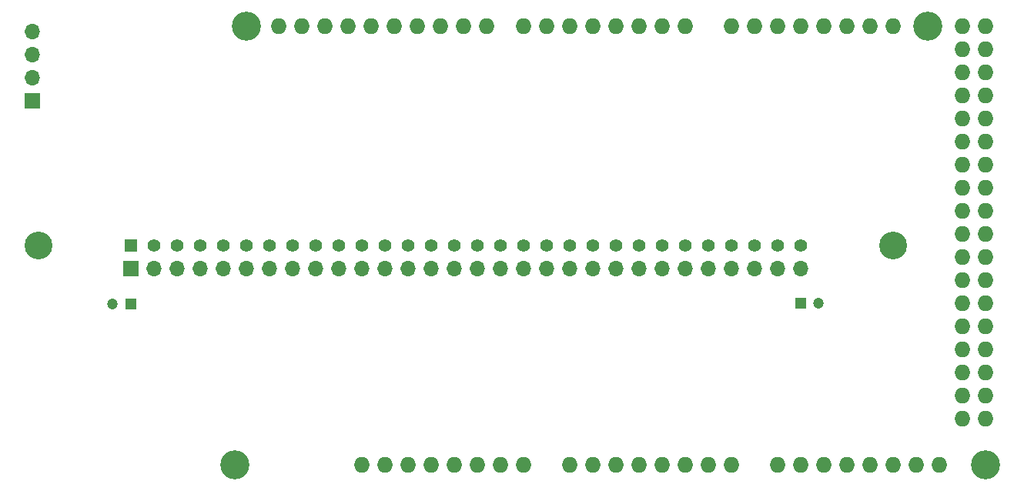
<source format=gbr>
%TF.GenerationSoftware,KiCad,Pcbnew,(5.1.9)-1*%
%TF.CreationDate,2021-01-16T23:23:18+11:00*%
%TF.ProjectId,megatosimm,6d656761-746f-4736-996d-6d2e6b696361,rev?*%
%TF.SameCoordinates,Original*%
%TF.FileFunction,Soldermask,Bot*%
%TF.FilePolarity,Negative*%
%FSLAX46Y46*%
G04 Gerber Fmt 4.6, Leading zero omitted, Abs format (unit mm)*
G04 Created by KiCad (PCBNEW (5.1.9)-1) date 2021-01-16 23:23:18*
%MOMM*%
%LPD*%
G01*
G04 APERTURE LIST*
%ADD10O,1.727200X1.727200*%
%ADD11C,3.200000*%
%ADD12R,1.200000X1.200000*%
%ADD13C,1.200000*%
%ADD14R,1.700000X1.700000*%
%ADD15O,1.700000X1.700000*%
%ADD16R,1.397000X1.397000*%
%ADD17C,1.397000*%
%ADD18C,3.048000*%
G04 APERTURE END LIST*
D10*
%TO.C,U1*%
X212725000Y-119380000D03*
X210185000Y-119380000D03*
X212725000Y-116840000D03*
X210185000Y-116840000D03*
X212725000Y-114300000D03*
X210185000Y-114300000D03*
X212725000Y-111760000D03*
X210185000Y-111760000D03*
X212725000Y-109220000D03*
X210185000Y-109220000D03*
X212725000Y-106680000D03*
X210185000Y-106680000D03*
X212725000Y-104140000D03*
X210185000Y-104140000D03*
X212725000Y-101600000D03*
X210185000Y-101600000D03*
X212725000Y-99060000D03*
X210185000Y-99060000D03*
X212725000Y-96520000D03*
X210185000Y-96520000D03*
X212725000Y-93980000D03*
X210185000Y-93980000D03*
X212725000Y-91440000D03*
X210185000Y-91440000D03*
X212725000Y-88900000D03*
X210185000Y-88900000D03*
X212725000Y-86360000D03*
X210185000Y-86360000D03*
X212725000Y-83820000D03*
X210185000Y-83820000D03*
X212725000Y-81280000D03*
X210185000Y-81280000D03*
X212725000Y-78740000D03*
X210185000Y-78740000D03*
X212725000Y-76200000D03*
X210185000Y-76200000D03*
X207645000Y-124460000D03*
X205105000Y-124460000D03*
X202565000Y-124460000D03*
X200025000Y-124460000D03*
X197485000Y-124460000D03*
X194945000Y-124460000D03*
X192405000Y-124460000D03*
X189865000Y-124460000D03*
X184785000Y-124460000D03*
X182245000Y-124460000D03*
X179705000Y-124460000D03*
X177165000Y-124460000D03*
X174625000Y-124460000D03*
X172085000Y-124460000D03*
X169545000Y-124460000D03*
X144145000Y-124460000D03*
X150241000Y-76200000D03*
X147701000Y-76200000D03*
X145161000Y-76200000D03*
X140081000Y-76200000D03*
X137541000Y-76200000D03*
X135001000Y-76200000D03*
D11*
X130175000Y-124460000D03*
X212725000Y-124460000D03*
X131445000Y-76200000D03*
X206375000Y-76200000D03*
D10*
X152781000Y-76200000D03*
X155321000Y-76200000D03*
X157861000Y-76200000D03*
X142621000Y-76200000D03*
X161925000Y-76200000D03*
X164465000Y-76200000D03*
X167005000Y-76200000D03*
X169545000Y-76200000D03*
X172085000Y-76200000D03*
X174625000Y-76200000D03*
X177165000Y-76200000D03*
X179705000Y-76200000D03*
X184785000Y-76200000D03*
X187325000Y-76200000D03*
X189865000Y-76200000D03*
X192405000Y-76200000D03*
X194945000Y-76200000D03*
X197485000Y-76200000D03*
X200025000Y-76200000D03*
X202565000Y-76200000D03*
X146685000Y-124460000D03*
X149225000Y-124460000D03*
X151765000Y-124460000D03*
X154305000Y-124460000D03*
X156845000Y-124460000D03*
X159385000Y-124460000D03*
X161925000Y-124460000D03*
X167005000Y-124460000D03*
%TD*%
D12*
%TO.C,C2*%
X192405000Y-106680000D03*
D13*
X194405000Y-106680000D03*
%TD*%
D12*
%TO.C,C1*%
X118745000Y-106807000D03*
D13*
X116745000Y-106807000D03*
%TD*%
D14*
%TO.C,J3*%
X107950000Y-84455000D03*
D15*
X107950000Y-81915000D03*
X107950000Y-79375000D03*
X107950000Y-76835000D03*
%TD*%
D14*
%TO.C,J2*%
X118745000Y-102870000D03*
D15*
X121285000Y-102870000D03*
X123825000Y-102870000D03*
X126365000Y-102870000D03*
X128905000Y-102870000D03*
X131445000Y-102870000D03*
X133985000Y-102870000D03*
X136525000Y-102870000D03*
X139065000Y-102870000D03*
X141605000Y-102870000D03*
X144145000Y-102870000D03*
X146685000Y-102870000D03*
X149225000Y-102870000D03*
X151765000Y-102870000D03*
X154305000Y-102870000D03*
X156845000Y-102870000D03*
X159385000Y-102870000D03*
X161925000Y-102870000D03*
X164465000Y-102870000D03*
X167005000Y-102870000D03*
X169545000Y-102870000D03*
X172085000Y-102870000D03*
X174625000Y-102870000D03*
X177165000Y-102870000D03*
X179705000Y-102870000D03*
X182245000Y-102870000D03*
X184785000Y-102870000D03*
X187325000Y-102870000D03*
X189865000Y-102870000D03*
X192405000Y-102870000D03*
%TD*%
D16*
%TO.C,J1*%
X118745000Y-100330000D03*
D17*
X121285000Y-100330000D03*
X123825000Y-100330000D03*
X126365000Y-100330000D03*
X128905000Y-100330000D03*
X131445000Y-100330000D03*
X133985000Y-100330000D03*
X136525000Y-100330000D03*
X139065000Y-100330000D03*
X141605000Y-100330000D03*
X144145000Y-100330000D03*
X146685000Y-100330000D03*
X149225000Y-100330000D03*
X151765000Y-100330000D03*
X154305000Y-100330000D03*
X156845000Y-100330000D03*
X159385000Y-100330000D03*
X161925000Y-100330000D03*
X164465000Y-100330000D03*
X167005000Y-100330000D03*
X169545000Y-100330000D03*
X172085000Y-100330000D03*
X174625000Y-100330000D03*
X177165000Y-100330000D03*
X179705000Y-100330000D03*
X182245000Y-100330000D03*
X184785000Y-100330000D03*
X187325000Y-100330000D03*
X189865000Y-100330000D03*
X192405000Y-100330000D03*
D18*
X202565000Y-100330000D03*
X108585000Y-100330000D03*
%TD*%
M02*

</source>
